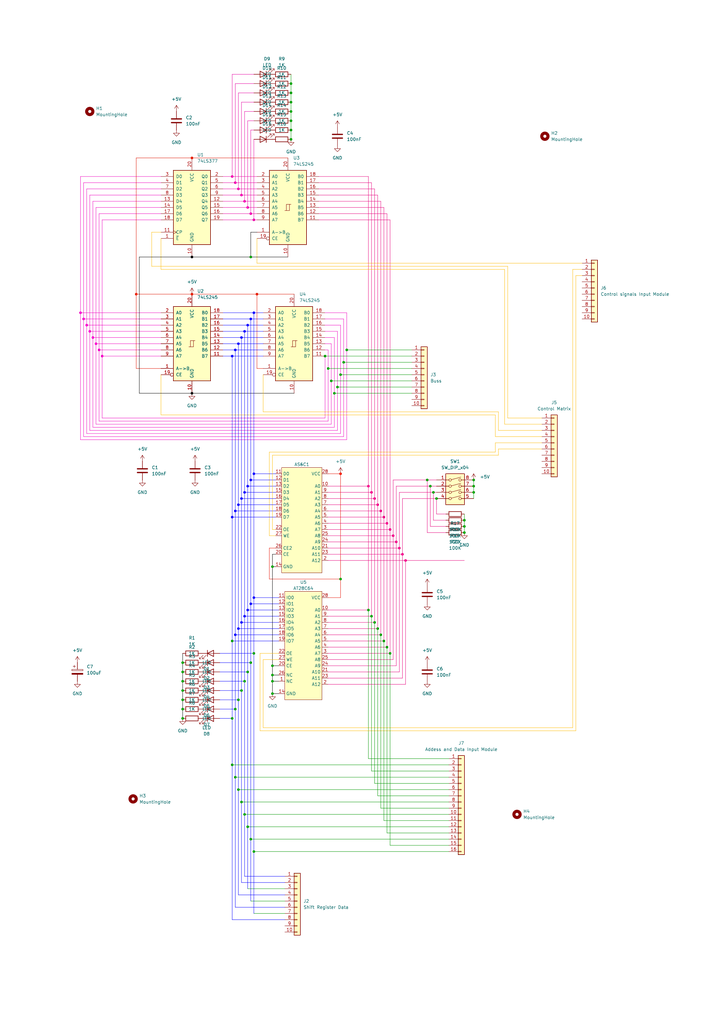
<source format=kicad_sch>
(kicad_sch (version 20250114) (generator "eeschema") (generator_version "9.0")
  (paper "A3" portrait)
  (junction (at 163.83 224.79) (color 230 0 124 1))
  (junction (at 111.76 284.48))
  (junction (at 162.56 222.25) (color 230 0 124 1))
  (junction (at 100.33 82.55) (color 229 0 162 1))
  (junction (at 74.93 271.78))
  (junction (at 156.21 209.55) (color 230 0 124 1))
  (junction (at 100.33 252.73) (color 4 0 255 1))
  (junction (at 99.06 138.43) (color 4 0 255 1))
  (junction (at 179.07 204.47))
  (junction (at 102.87 87.63) (color 229 0 162 1))
  (junction (at 35.56 133.35) (color 238 0 191 1))
  (junction (at 74.93 279.4))
  (junction (at 160.02 267.97))
  (junction (at 99.06 328.93))
  (junction (at 119.38 49.53))
  (junction (at 104.14 194.31) (color 4 0 255 1))
  (junction (at 74.93 287.02))
  (junction (at 134.62 151.13))
  (junction (at 100.33 135.89) (color 4 0 255 1))
  (junction (at 39.37 140.97) (color 238 0 191 1))
  (junction (at 101.6 339.09))
  (junction (at 99.06 255.27) (color 4 0 255 1))
  (junction (at 157.48 262.89))
  (junction (at 165.1 227.33) (color 230 0 124 1))
  (junction (at 104.14 267.97))
  (junction (at 166.37 229.87) (color 230 0 124 1))
  (junction (at 158.75 214.63) (color 230 0 124 1))
  (junction (at 194.31 196.85))
  (junction (at 97.79 207.01) (color 4 0 255 1))
  (junction (at 41.91 146.05) (color 238 0 191 1))
  (junction (at 95.25 212.09) (color 4 0 255 1))
  (junction (at 102.87 271.78))
  (junction (at 194.31 201.93))
  (junction (at 104.14 90.17) (color 229 0 162 1))
  (junction (at 104.14 245.11) (color 4 0 255 1))
  (junction (at 78.74 161.29) (color 0 0 0 1))
  (junction (at 95.25 146.05) (color 4 0 255 1))
  (junction (at 96.52 74.93) (color 229 0 162 1))
  (junction (at 95.25 72.39) (color 229 0 162 1))
  (junction (at 190.5 213.36))
  (junction (at 100.33 201.93) (color 4 0 255 1))
  (junction (at 96.52 318.77))
  (junction (at 99.06 80.01) (color 229 0 162 1))
  (junction (at 151.13 199.39) (color 230 0 124 1))
  (junction (at 55.88 120.65) (color 222 20 0 1))
  (junction (at 97.79 257.81) (color 4 0 255 1))
  (junction (at 138.43 158.75))
  (junction (at 153.67 204.47) (color 230 0 124 1))
  (junction (at 111.76 276.86))
  (junction (at 154.94 257.81))
  (junction (at 97.79 287.02))
  (junction (at 78.74 120.65) (color 222 20 0 1))
  (junction (at 194.31 199.39))
  (junction (at 104.14 128.27) (color 4 0 255 1))
  (junction (at 142.24 143.51))
  (junction (at 137.16 161.29))
  (junction (at 157.48 212.09) (color 230 0 124 1))
  (junction (at 95.25 313.69))
  (junction (at 156.21 260.35))
  (junction (at 74.93 283.21))
  (junction (at 100.33 279.4))
  (junction (at 74.93 290.83))
  (junction (at 97.79 140.97) (color 4 0 255 1))
  (junction (at 119.38 53.34))
  (junction (at 135.89 156.21))
  (junction (at 36.83 135.89) (color 238 0 191 1))
  (junction (at 139.7 194.31) (color 230 15 0 1))
  (junction (at 99.06 283.21))
  (junction (at 105.41 120.65) (color 222 20 0 1))
  (junction (at 175.26 196.85))
  (junction (at 102.87 196.85) (color 4 0 255 1))
  (junction (at 111.76 279.4))
  (junction (at 102.87 344.17))
  (junction (at 190.5 218.44))
  (junction (at 78.74 64.77) (color 222 20 0 1))
  (junction (at 111.76 232.41))
  (junction (at 78.74 105.41) (color 0 0 0 1))
  (junction (at 119.38 57.15))
  (junction (at 101.6 85.09) (color 229 0 162 1))
  (junction (at 99.06 204.47) (color 4 0 255 1))
  (junction (at 74.93 275.59))
  (junction (at 34.29 130.81) (color 238 0 191 1))
  (junction (at 102.87 247.65) (color 4 0 255 1))
  (junction (at 139.7 153.67))
  (junction (at 33.02 128.27) (color 238 0 191 1))
  (junction (at 119.38 45.72))
  (junction (at 95.25 294.64))
  (junction (at 96.52 290.83))
  (junction (at 101.6 275.59))
  (junction (at 102.87 105.41))
  (junction (at 140.97 148.59))
  (junction (at 160.02 217.17) (color 230 0 124 1))
  (junction (at 176.53 199.39))
  (junction (at 152.4 252.73))
  (junction (at 97.79 323.85))
  (junction (at 95.25 262.89))
  (junction (at 190.5 215.9))
  (junction (at 111.76 273.05))
  (junction (at 100.33 334.01))
  (junction (at 40.64 143.51) (color 238 0 191 1))
  (junction (at 101.6 199.39) (color 4 0 255 1))
  (junction (at 102.87 130.81) (color 4 0 255 1))
  (junction (at 151.13 250.19))
  (junction (at 177.8 201.93))
  (junction (at 96.52 143.51) (color 4 0 255 1))
  (junction (at 101.6 250.19) (color 4 0 255 1))
  (junction (at 158.75 265.43))
  (junction (at 133.35 146.05))
  (junction (at 74.93 294.64))
  (junction (at 38.1 138.43) (color 238 0 191 1))
  (junction (at 96.52 209.55) (color 4 0 255 1))
  (junction (at 119.38 38.1))
  (junction (at 139.7 237.49))
  (junction (at 119.38 34.29))
  (junction (at 154.94 207.01) (color 230 0 124 1))
  (junction (at 96.52 260.35) (color 4 0 255 1))
  (junction (at 119.38 41.91))
  (junction (at 161.29 219.71) (color 230 0 124 1))
  (junction (at 152.4 201.93) (color 230 0 124 1))
  (junction (at 104.14 349.25))
  (junction (at 101.6 133.35) (color 4 0 255 1))
  (junction (at 97.79 77.47) (color 229 0 162 1))
  (junction (at 153.67 255.27))
  (wire (pts (xy 153.67 204.47) (xy 153.67 255.27)) (stroke (width 0) (color 230 0 124 1)))
  (wire (pts (xy 66.04 135.89) (xy 36.83 135.89)) (stroke (width 0) (color 238 0 191 1)))
  (wire (pts (xy 184.15 311.15) (xy 151.13 311.15)))
  (wire (pts (xy 161.29 196.85) (xy 175.26 196.85)) (stroke (width 0) (color 230 0 124 1)))
  (wire (pts (xy 162.56 222.25) (xy 162.56 273.05)) (stroke (width 0) (color 230 0 124 1)))
  (wire (pts (xy 96.52 318.77) (xy 96.52 372.11)) (stroke (width 0) (color 4 0 255 1)))
  (wire (pts (xy 154.94 326.39) (xy 154.94 257.81)))
  (wire (pts (xy 90.17 279.4) (xy 100.33 279.4)) (stroke (width 0) (color 4 0 255 1)))
  (wire (pts (xy 101.6 275.59) (xy 101.6 339.09)) (stroke (width 0) (color 4 0 255 1)))
  (wire (pts (xy 40.64 143.51) (xy 66.04 143.51)) (stroke (width 0) (color 238 0 191 1)))
  (wire (pts (xy 39.37 85.09) (xy 39.37 140.97)) (stroke (width 0) (color 238 0 191 1)))
  (wire (pts (xy 91.44 133.35) (xy 101.6 133.35)) (stroke (width 0) (color 4 0 255 1)))
  (wire (pts (xy 96.52 290.83) (xy 96.52 318.77)) (stroke (width 0) (color 4 0 255 1)))
  (wire (pts (xy 55.88 120.65) (xy 55.88 64.77)) (stroke (width 0) (color 222 20 0 1)))
  (wire (pts (xy 101.6 339.09) (xy 184.15 339.09)))
  (wire (pts (xy 140.97 130.81) (xy 133.35 130.81)) (stroke (width 0) (color 238 0 191 1)))
  (wire (pts (xy 134.62 207.01) (xy 154.94 207.01)) (stroke (width 0) (color 230 0 124 1)))
  (wire (pts (xy 62.23 109.22) (xy 208.28 109.22)) (stroke (width 0) (color 254 188 6 1)))
  (wire (pts (xy 102.87 271.78) (xy 102.87 344.17)) (stroke (width 0) (color 4 0 255 1)))
  (wire (pts (xy 90.17 275.59) (xy 101.6 275.59)) (stroke (width 0) (color 4 0 255 1)))
  (wire (pts (xy 55.88 64.77) (xy 78.74 64.77)) (stroke (width 0) (color 222 20 0 1)))
  (wire (pts (xy 96.52 34.29) (xy 104.14 34.29)) (stroke (width 0) (color 229 0 162 1)))
  (wire (pts (xy 184.15 341.63) (xy 158.75 341.63)))
  (wire (pts (xy 95.25 294.64) (xy 95.25 313.69)) (stroke (width 0) (color 4 0 255 1)))
  (wire (pts (xy 91.44 72.39) (xy 95.25 72.39)) (stroke (width 0) (color 229 0 162 1)))
  (wire (pts (xy 179.07 204.47) (xy 179.07 210.82)) (stroke (width 0) (color 230 0 124 1)))
  (wire (pts (xy 184.15 331.47) (xy 156.21 331.47)))
  (wire (pts (xy 107.95 153.67) (xy 107.95 168.91)) (stroke (width 0) (color 254 188 6 1)))
  (wire (pts (xy 165.1 278.13) (xy 134.62 278.13)) (stroke (width 0) (color 230 0 124 1)))
  (wire (pts (xy 99.06 80.01) (xy 105.41 80.01)) (stroke (width 0) (color 229 0 162 1)))
  (wire (pts (xy 184.15 346.71) (xy 160.02 346.71)))
  (wire (pts (xy 130.81 80.01) (xy 154.94 80.01)) (stroke (width 0) (color 230 0 124 1)))
  (wire (pts (xy 194.31 196.85) (xy 194.31 199.39)))
  (wire (pts (xy 36.83 80.01) (xy 36.83 135.89)) (stroke (width 0) (color 238 0 191 1)))
  (wire (pts (xy 91.44 85.09) (xy 101.6 85.09)) (stroke (width 0) (color 229 0 162 1)))
  (wire (pts (xy 90.17 283.21) (xy 99.06 283.21)) (stroke (width 0) (color 4 0 255 1)))
  (wire (pts (xy 97.79 140.97) (xy 107.95 140.97)) (stroke (width 0) (color 4 0 255 1)))
  (wire (pts (xy 133.35 133.35) (xy 139.7 133.35)) (stroke (width 0) (color 238 0 191 1)))
  (wire (pts (xy 91.44 90.17) (xy 104.14 90.17)) (stroke (width 0) (color 229 0 162 1)))
  (wire (pts (xy 36.83 135.89) (xy 36.83 176.53)) (stroke (width 0) (color 238 0 191 1)))
  (wire (pts (xy 99.06 80.01) (xy 99.06 41.91)) (stroke (width 0) (color 229 0 162 1)))
  (wire (pts (xy 66.04 80.01) (xy 36.83 80.01)) (stroke (width 0) (color 238 0 191 1)))
  (wire (pts (xy 134.62 260.35) (xy 156.21 260.35)) (stroke (width 0) (color 230 0 124 1)))
  (wire (pts (xy 96.52 74.93) (xy 96.52 34.29)) (stroke (width 0) (color 229 0 162 1)))
  (wire (pts (xy 166.37 229.87) (xy 190.5 229.87)) (stroke (width 0) (color 230 0 124 1)))
  (wire (pts (xy 151.13 311.15) (xy 151.13 250.19)))
  (wire (pts (xy 102.87 53.34) (xy 104.14 53.34)) (stroke (width 0) (color 229 0 162 1)))
  (wire (pts (xy 111.76 232.41) (xy 111.76 273.05)) (stroke (width 0) (color 0 0 0 1)))
  (wire (pts (xy 134.62 245.11) (xy 139.7 245.11)) (stroke (width 0) (color 230 15 0 1)))
  (wire (pts (xy 57.15 161.29) (xy 57.15 105.41)) (stroke (width 0) (color 0 0 0 1)))
  (wire (pts (xy 137.16 175.26) (xy 38.1 175.26)) (stroke (width 0) (color 238 0 191 1)))
  (wire (pts (xy 34.29 74.93) (xy 34.29 130.81)) (stroke (width 0) (color 238 0 191 1)))
  (wire (pts (xy 176.53 199.39) (xy 179.07 199.39)) (stroke (width 0) (color 230 0 124 1)))
  (wire (pts (xy 204.47 168.91) (xy 204.47 176.53)) (stroke (width 0) (color 254 188 6 1)))
  (wire (pts (xy 34.29 179.07) (xy 140.97 179.07)) (stroke (width 0) (color 238 0 191 1)))
  (wire (pts (xy 35.56 133.35) (xy 35.56 177.8)) (stroke (width 0) (color 238 0 191 1)))
  (wire (pts (xy 35.56 133.35) (xy 35.56 77.47)) (stroke (width 0) (color 238 0 191 1)))
  (wire (pts (xy 160.02 90.17) (xy 160.02 217.17)) (stroke (width 0) (color 230 0 124 1)))
  (wire (pts (xy 104.14 49.53) (xy 101.6 49.53)) (stroke (width 0) (color 229 0 162 1)))
  (wire (pts (xy 104.14 128.27) (xy 107.95 128.27)) (stroke (width 0) (color 4 0 255 1)))
  (wire (pts (xy 203.2 179.07) (xy 222.25 179.07)) (stroke (width 0) (color 254 188 6 1)))
  (wire (pts (xy 139.7 245.11) (xy 139.7 237.49)) (stroke (width 0) (color 230 15 0 1)))
  (wire (pts (xy 234.95 298.45) (xy 234.95 110.49)) (stroke (width 0) (color 254 188 6 1)))
  (wire (pts (xy 151.13 250.19) (xy 134.62 250.19)) (stroke (width 0) (color 230 0 124 1)))
  (wire (pts (xy 91.44 140.97) (xy 97.79 140.97)) (stroke (width 0) (color 4 0 255 1)))
  (wire (pts (xy 102.87 130.81) (xy 102.87 196.85)) (stroke (width 0) (color 4 0 255 1)))
  (wire (pts (xy 104.14 245.11) (xy 114.3 245.11)) (stroke (width 0) (color 4 0 255 1)))
  (wire (pts (xy 151.13 72.39) (xy 130.81 72.39)) (stroke (width 0) (color 230 0 124 1)))
  (wire (pts (xy 104.14 90.17) (xy 105.41 90.17)) (stroke (width 0) (color 229 0 162 1)))
  (wire (pts (xy 113.03 204.47) (xy 99.06 204.47)) (stroke (width 0) (color 4 0 255 1)))
  (wire (pts (xy 156.21 331.47) (xy 156.21 260.35)))
  (wire (pts (xy 137.16 161.29) (xy 137.16 175.26)) (stroke (width 0) (color 238 0 191 1)))
  (wire (pts (xy 114.3 257.81) (xy 97.79 257.81)) (stroke (width 0) (color 4 0 255 1)))
  (wire (pts (xy 156.21 82.55) (xy 156.21 209.55)) (stroke (width 0) (color 230 0 124 1)))
  (wire (pts (xy 66.04 95.25) (xy 62.23 95.25)) (stroke (width 0) (color 254 188 6 1)))
  (wire (pts (xy 111.76 279.4) (xy 111.76 284.48)) (stroke (width 0) (color 0 0 0 1)))
  (wire (pts (xy 134.62 227.33) (xy 165.1 227.33)) (stroke (width 0) (color 230 0 124 1)))
  (wire (pts (xy 116.84 374.65) (xy 104.14 374.65)))
  (wire (pts (xy 139.7 153.67) (xy 139.7 177.8)) (stroke (width 0) (color 238 0 191 1)))
  (wire (pts (xy 55.88 151.13) (xy 55.88 120.65)) (stroke (width 0) (color 222 20 0 1)))
  (wire (pts (xy 133.35 146.05) (xy 168.91 146.05)))
  (wire (pts (xy 156.21 209.55) (xy 134.62 209.55)) (stroke (width 0) (color 230 0 124 1)))
  (wire (pts (xy 106.68 299.72) (xy 236.22 299.72)) (stroke (width 0) (color 254 188 6 1)))
  (wire (pts (xy 160.02 217.17) (xy 160.02 267.97)) (stroke (width 0) (color 230 0 124 1)))
  (wire (pts (xy 208.28 171.45) (xy 222.25 171.45)) (stroke (width 0) (color 254 188 6 1)))
  (wire (pts (xy 177.8 201.93) (xy 179.07 201.93)) (stroke (width 0) (color 230 0 124 1)))
  (wire (pts (xy 204.47 186.69) (xy 204.47 184.15)) (stroke (width 0) (color 254 188 6 1)))
  (wire (pts (xy 91.44 130.81) (xy 102.87 130.81)) (stroke (width 0) (color 4 0 255 1)))
  (wire (pts (xy 66.04 97.79) (xy 66.04 110.49)) (stroke (width 0) (color 254 188 6 1)))
  (wire (pts (xy 95.25 72.39) (xy 95.25 30.48)) (stroke (width 0) (color 229 0 162 1)))
  (wire (pts (xy 74.93 275.59) (xy 74.93 279.4)) (stroke (width 0) (color 0 0 0 1)))
  (wire (pts (xy 101.6 199.39) (xy 101.6 133.35)) (stroke (width 0) (color 4 0 255 1)))
  (wire (pts (xy 102.87 105.41) (xy 118.11 105.41)) (stroke (width 0) (color 0 0 0 1)))
  (wire (pts (xy 152.4 252.73) (xy 134.62 252.73)) (stroke (width 0) (color 230 0 124 1)))
  (wire (pts (xy 111.76 273.05) (xy 111.76 276.86)) (stroke (width 0) (color 0 0 0 1)))
  (wire (pts (xy 99.06 328.93) (xy 99.06 361.95)) (stroke (width 0) (color 4 0 255 1)))
  (wire (pts (xy 91.44 77.47) (xy 97.79 77.47)) (stroke (width 0) (color 229 0 162 1)))
  (wire (pts (xy 134.62 199.39) (xy 151.13 199.39)) (stroke (width 0) (color 230 0 124 1)))
  (wire (pts (xy 163.83 201.93) (xy 177.8 201.93)) (stroke (width 0) (color 230 0 124 1)))
  (wire (pts (xy 119.38 34.29) (xy 119.38 38.1)))
  (wire (pts (xy 90.17 287.02) (xy 97.79 287.02)) (stroke (width 0) (color 4 0 255 1)))
  (wire (pts (xy 140.97 148.59) (xy 140.97 179.07)) (stroke (width 0) (color 238 0 191 1)))
  (wire (pts (xy 90.17 290.83) (xy 96.52 290.83)) (stroke (width 0) (color 4 0 255 1)))
  (wire (pts (xy 91.44 128.27) (xy 104.14 128.27)) (stroke (width 0) (color 4 0 255 1)))
  (wire (pts (xy 153.67 321.31) (xy 153.67 255.27)))
  (wire (pts (xy 184.15 326.39) (xy 154.94 326.39)))
  (wire (pts (xy 95.25 313.69) (xy 95.25 377.19)) (stroke (width 0) (color 4 0 255 1)))
  (wire (pts (xy 100.33 252.73) (xy 100.33 201.93)) (stroke (width 0) (color 4 0 255 1)))
  (wire (pts (xy 35.56 177.8) (xy 139.7 177.8)) (stroke (width 0) (color 238 0 191 1)))
  (wire (pts (xy 203.2 170.18) (xy 203.2 179.07)) (stroke (width 0) (color 254 188 6 1)))
  (wire (pts (xy 110.49 224.79) (xy 113.03 224.79)) (stroke (width 0) (color 230 15 0 1)))
  (wire (pts (xy 133.35 138.43) (xy 137.16 138.43)) (stroke (width 0) (color 238 0 191 1)))
  (wire (pts (xy 102.87 247.65) (xy 102.87 196.85)) (stroke (width 0) (color 4 0 255 1)))
  (wire (pts (xy 96.52 209.55) (xy 96.52 260.35)) (stroke (width 0) (color 4 0 255 1)))
  (wire (pts (xy 111.76 232.41) (xy 111.76 227.33)) (stroke (width 0) (color 0 0 0 1)))
  (wire (pts (xy 207.01 110.49) (xy 207.01 173.99)) (stroke (width 0) (color 254 188 6 1)))
  (wire (pts (xy 175.26 196.85) (xy 175.26 218.44)) (stroke (width 0) (color 230 0 124 1)))
  (wire (pts (xy 190.5 213.36) (xy 190.5 215.9)))
  (wire (pts (xy 38.1 138.43) (xy 38.1 82.55)) (stroke (width 0) (color 238 0 191 1)))
  (wire (pts (xy 99.06 328.93) (xy 184.15 328.93)))
  (wire (pts (xy 166.37 280.67) (xy 134.62 280.67)) (stroke (width 0) (color 230 0 124 1)))
  (wire (pts (xy 97.79 323.85) (xy 184.15 323.85)))
  (wire (pts (xy 158.75 214.63) (xy 134.62 214.63)) (stroke (width 0) (color 230 0 124 1)))
  (wire (pts (xy 99.06 361.95) (xy 116.84 361.95)) (stroke (width 0) (color 4 0 255 1)))
  (wire (pts (xy 158.75 87.63) (xy 158.75 214.63)) (stroke (width 0) (color 230 0 124 1)))
  (wire (pts (xy 111.76 217.17) (xy 111.76 186.69)) (stroke (width 0) (color 254 188 6 1)))
  (wire (pts (xy 135.89 140.97) (xy 133.35 140.97)) (stroke (width 0) (color 238 0 191 1)))
  (wire (pts (xy 101.6 133.35) (xy 107.95 133.35)) (stroke (width 0) (color 4 0 255 1)))
  (wire (pts (xy 160.02 267.97) (xy 134.62 267.97)) (stroke (width 0) (color 230 0 124 1)))
  (wire (pts (xy 33.02 128.27) (xy 66.04 128.27)) (stroke (width 0) (color 238 0 191 1)))
  (wire (pts (xy 151.13 199.39) (xy 151.13 250.19)) (stroke (width 0) (color 230 0 124 1)))
  (wire (pts (xy 34.29 130.81) (xy 34.29 179.07)) (stroke (width 0) (color 238 0 191 1)))
  (wire (pts (xy 165.1 204.47) (xy 179.07 204.47)) (stroke (width 0) (color 230 0 124 1)))
  (wire (pts (xy 153.67 77.47) (xy 130.81 77.47)) (stroke (width 0) (color 230 0 124 1)))
  (wire (pts (xy 134.62 151.13) (xy 134.62 172.72)) (stroke (width 0) (color 238 0 191 1)))
  (wire (pts (xy 130.81 85.09) (xy 157.48 85.09)) (stroke (width 0) (color 230 0 124 1)))
  (wire (pts (xy 101.6 199.39) (xy 101.6 250.19)) (stroke (width 0) (color 4 0 255 1)))
  (wire (pts (xy 139.7 133.35) (xy 139.7 153.67)) (stroke (width 0) (color 238 0 191 1)))
  (wire (pts (xy 152.4 316.23) (xy 152.4 252.73)))
  (wire (pts (xy 236.22 113.03) (xy 238.76 113.03)) (stroke (width 0) (color 254 188 6 1)))
  (wire (pts (xy 135.89 140.97) (xy 135.89 156.21)) (stroke (width 0) (color 238 0 191 1)))
  (wire (pts (xy 165.1 227.33) (xy 165.1 278.13)) (stroke (width 0) (color 230 0 124 1)))
  (wire (pts (xy 204.47 176.53) (xy 222.25 176.53)) (stroke (width 0) (color 254 188 6 1)))
  (wire (pts (xy 176.53 215.9) (xy 182.88 215.9)) (stroke (width 0) (color 230 0 124 1)))
  (wire (pts (xy 111.76 284.48) (xy 114.3 284.48)) (stroke (width 0) (color 0 0 0 1)))
  (wire (pts (xy 157.48 212.09) (xy 157.48 262.89)) (stroke (width 0) (color 230 0 124 1)))
  (wire (pts (xy 161.29 196.85) (xy 161.29 219.71)) (stroke (width 0) (color 230 0 124 1)))
  (wire (pts (xy 99.06 283.21) (xy 99.06 328.93)) (stroke (width 0) (color 4 0 255 1)))
  (wire (pts (xy 162.56 273.05) (xy 134.62 273.05)) (stroke (width 0) (color 230 0 124 1)))
  (wire (pts (xy 96.52 318.77) (xy 184.15 318.77)))
  (wire (pts (xy 154.94 257.81) (xy 134.62 257.81)) (stroke (width 0) (color 230 0 124 1)))
  (wire (pts (xy 33.02 128.27) (xy 33.02 180.34)) (stroke (width 0) (color 238 0 191 1)))
  (wire (pts (xy 140.97 148.59) (xy 168.91 148.59)))
  (wire (pts (xy 142.24 128.27) (xy 133.35 128.27)) (stroke (width 0) (color 238 0 191 1)))
  (wire (pts (xy 97.79 367.03) (xy 116.84 367.03)) (stroke (width 0) (color 4 0 255 1)))
  (wire (pts (xy 113.03 199.39) (xy 101.6 199.39)) (stroke (width 0) (color 4 0 255 1)))
  (wire (pts (xy 57.15 105.41) (xy 78.74 105.41)) (stroke (width 0) (color 0 0 0 1)))
  (wire (pts (xy 142.24 143.51) (xy 142.24 180.34)) (stroke (width 0) (color 238 0 191 1)))
  (wire (pts (xy 102.87 247.65) (xy 102.87 271.78)) (stroke (width 0) (color 4 0 255 1)))
  (wire (pts (xy 101.6 49.53) (xy 101.6 85.09)) (stroke (width 0) (color 229 0 162 1)))
  (wire (pts (xy 113.03 209.55) (xy 96.52 209.55)) (stroke (width 0) (color 4 0 255 1)))
  (wire (pts (xy 134.62 255.27) (xy 153.67 255.27)) (stroke (width 0) (color 230 0 124 1)))
  (wire (pts (xy 97.79 323.85) (xy 97.79 367.03)) (stroke (width 0) (color 4 0 255 1)))
  (wire (pts (xy 66.04 146.05) (xy 41.91 146.05)) (stroke (width 0) (color 238 0 191 1)))
  (wire (pts (xy 96.52 260.35) (xy 114.3 260.35)) (stroke (width 0) (color 4 0 255 1)))
  (wire (pts (xy 96.52 372.11) (xy 116.84 372.11)) (stroke (width 0) (color 4 0 255 1)))
  (wire (pts (xy 138.43 158.75) (xy 138.43 176.53)) (stroke (width 0) (color 238 0 191 1)))
  (wire (pts (xy 165.1 204.47) (xy 165.1 227.33)) (stroke (width 0) (color 230 0 124 1)))
  (wire (pts (xy 97.79 287.02) (xy 97.79 323.85)) (stroke (width 0) (color 4 0 255 1)))
  (wire (pts (xy 33.02 72.39) (xy 66.04 72.39)) (stroke (width 0) (color 238 0 191 1)))
  (wire (pts (xy 119.38 41.91) (xy 119.38 45.72)))
  (wire (pts (xy 104.14 245.11) (xy 104.14 267.97)) (stroke (width 0) (color 4 0 255 1)))
  (wire (pts (xy 102.87 105.41) (xy 102.87 95.25)) (stroke (width 0) (color 0 0 0 1)))
  (wire (pts (xy 97.79 140.97) (xy 97.79 207.01)) (stroke (width 0) (color 4 0 255 1)))
  (wire (pts (xy 134.62 151.13) (xy 168.91 151.13)))
  (wire (pts (xy 139.7 237.49) (xy 139.7 194.31)) (stroke (width 0) (color 230 15 0 1)))
  (wire (pts (xy 119.38 30.48) (xy 119.38 34.29)))
  (wire (pts (xy 101.6 250.19) (xy 114.3 250.19)) (stroke (width 0) (color 4 0 255 1)))
  (wire (pts (xy 101.6 339.09) (xy 101.6 364.49)) (stroke (width 0) (color 4 0 255 1)))
  (wire (pts (xy 111.76 186.69) (xy 204.47 186.69)) (stroke (width 0) (color 254 188 6 1)))
  (wire (pts (xy 102.87 87.63) (xy 102.87 53.34)) (stroke (width 0) (color 229 0 162 1)))
  (wire (pts (xy 134.62 201.93) (xy 152.4 201.93)) (stroke (width 0) (color 230 0 124 1)))
  (wire (pts (xy 96.52 143.51) (xy 107.95 143.51)) (stroke (width 0) (color 4 0 255 1)))
  (wire (pts (xy 157.48 85.09) (xy 157.48 212.09)) (stroke (width 0) (color 230 0 124 1)))
  (wire (pts (xy 119.38 45.72) (xy 119.38 49.53)))
  (wire (pts (xy 110.49 219.71) (xy 110.49 185.42)) (stroke (width 0) (color 254 188 6 1)))
  (wire (pts (xy 99.06 204.47) (xy 99.06 255.27)) (stroke (width 0) (color 4 0 255 1)))
  (wire (pts (xy 152.4 201.93) (xy 152.4 252.73)) (stroke (width 0) (color 230 0 124 1)))
  (wire (pts (xy 66.04 110.49) (xy 207.01 110.49)) (stroke (width 0) (color 254 188 6 1)))
  (wire (pts (xy 99.06 138.43) (xy 107.95 138.43)) (stroke (width 0) (color 4 0 255 1)))
  (wire (pts (xy 100.33 252.73) (xy 100.33 279.4)) (stroke (width 0) (color 4 0 255 1)))
  (wire (pts (xy 134.62 217.17) (xy 160.02 217.17)) (stroke (width 0) (color 230 0 124 1)))
  (wire (pts (xy 152.4 74.93) (xy 152.4 201.93)) (stroke (width 0) (color 230 0 124 1)))
  (wire (pts (xy 97.79 77.47) (xy 97.79 38.1)) (stroke (width 0) (color 229 0 162 1)))
  (wire (pts (xy 208.28 109.22) (xy 208.28 171.45)) (stroke (width 0) (color 254 188 6 1)))
  (wire (pts (xy 100.33 82.55) (xy 100.33 45.72)) (stroke (width 0) (color 229 0 162 1)))
  (wire (pts (xy 107.95 298.45) (xy 234.95 298.45)) (stroke (width 0) (color 254 188 6 1)))
  (wire (pts (xy 184.15 321.31) (xy 153.67 321.31)))
  (wire (pts (xy 107.95 168.91) (xy 204.47 168.91)) (stroke (width 0) (color 254 188 6 1)))
  (wire (pts (xy 78.74 120.65) (xy 105.41 120.65)) (stroke (width 0) (color 222 20 0 1)))
  (wire (pts (xy 95.25 30.48) (xy 104.14 30.48)) (stroke (width 0) (color 229 0 162 1)))
  (wire (pts (xy 95.25 262.89) (xy 95.25 212.09)) (stroke (width 0) (color 4 0 255 1)))
  (wire (pts (xy 66.04 151.13) (xy 55.88 151.13)) (stroke (width 0) (color 222 20 0 1)))
  (wire (pts (xy 113.03 232.41) (xy 111.76 232.41)) (stroke (width 0) (color 0 0 0 1)))
  (wire (pts (xy 135.89 156.21) (xy 135.89 173.99)) (stroke (width 0) (color 238 0 191 1)))
  (wire (pts (xy 78.74 64.77) (xy 118.11 64.77)) (stroke (width 0) (color 222 20 0 1)))
  (wire (pts (xy 114.3 247.65) (xy 102.87 247.65)) (stroke (width 0) (color 4 0 255 1)))
  (wire (pts (xy 161.29 219.71) (xy 134.62 219.71)) (stroke (width 0) (color 230 0 124 1)))
  (wire (pts (xy 134.62 143.51) (xy 134.62 151.13)) (stroke (width 0) (color 238 0 191 1)))
  (wire (pts (xy 99.06 204.47) (xy 99.06 138.43)) (stroke (width 0) (color 4 0 255 1)))
  (wire (pts (xy 160.02 267.97) (xy 160.02 346.71)))
  (wire (pts (xy 74.93 283.21) (xy 74.93 287.02)) (stroke (width 0) (color 0 0 0 1)))
  (wire (pts (xy 91.44 138.43) (xy 99.06 138.43)) (stroke (width 0) (color 4 0 255 1)))
  (wire (pts (xy 119.38 38.1) (xy 119.38 41.91)))
  (wire (pts (xy 78.74 161.29) (xy 57.15 161.29)) (stroke (width 0) (color 0 0 0 1)))
  (wire (pts (xy 177.8 213.36) (xy 182.88 213.36)) (stroke (width 0) (color 230 0 124 1)))
  (wire (pts (xy 91.44 135.89) (xy 100.33 135.89)) (stroke (width 0) (color 4 0 255 1)))
  (wire (pts (xy 99.06 255.27) (xy 99.06 283.21)) (stroke (width 0) (color 4 0 255 1)))
  (wire (pts (xy 156.21 209.55) (xy 156.21 260.35)) (stroke (width 0) (color 230 0 124 1)))
  (wire (pts (xy 96.52 209.55) (xy 96.52 143.51)) (stroke (width 0) (color 4 0 255 1)))
  (wire (pts (xy 111.76 276.86) (xy 114.3 276.86)) (stroke (width 0) (color 0 0 0 1)))
  (wire (pts (xy 40.64 87.63) (xy 66.04 87.63)) (stroke (width 0) (color 238 0 191 1)))
  (wire (pts (xy 236.22 299.72) (xy 236.22 113.03)) (stroke (width 0) (color 254 188 6 1)))
  (wire (pts (xy 119.38 49.53) (xy 119.38 53.34)))
  (wire (pts (xy 62.23 95.25) (xy 62.23 109.22)) (stroke (width 0) (color 254 188 6 1)))
  (wire (pts (xy 111.76 273.05) (xy 114.3 273.05)) (stroke (width 0) (color 0 0 0 1)))
  (wire (pts (xy 102.87 95.25) (xy 105.41 95.25)) (stroke (width 0) (color 0 0 0 1)))
  (wire (pts (xy 102.87 344.17) (xy 102.87 369.57)) (stroke (width 0) (color 4 0 255 1)))
  (wire (pts (xy 90.17 271.78) (xy 102.87 271.78)) (stroke (width 0) (color 4 0 255 1)))
  (wire (pts (xy 151.13 72.39) (xy 151.13 199.39)) (stroke (width 0) (color 230 0 124 1)))
  (wire (pts (xy 111.76 227.33) (xy 113.03 227.33)) (stroke (width 0) (color 0 0 0 1)))
  (wire (pts (xy 38.1 175.26) (xy 38.1 138.43)) (stroke (width 0) (color 238 0 191 1)))
  (wire (pts (xy 66.04 140.97) (xy 39.37 140.97)) (stroke (width 0) (color 238 0 191 1)))
  (wire (pts (xy 99.06 255.27) (xy 114.3 255.27)) (stroke (width 0) (color 4 0 255 1)))
  (wire (pts (xy 194.31 201.93) (xy 194.31 204.47)))
  (wire (pts (xy 133.35 146.05) (xy 133.35 171.45)) (stroke (width 0) (color 238 0 191 1)))
  (wire (pts (xy 102.87 196.85) (xy 113.03 196.85)) (stroke (width 0) (color 4 0 255 1)))
  (wire (pts (xy 104.14 349.25) (xy 104.14 374.65)) (stroke (width 0) (color 4 0 255 1)))
  (wire (pts (xy 163.83 201.93) (xy 163.83 224.79)) (stroke (width 0) (color 230 0 124 1)))
  (wire (pts (xy 97.79 207.01) (xy 113.03 207.01)) (stroke (width 0) (color 4 0 255 1)))
  (wire (pts (xy 138.43 135.89) (xy 133.35 135.89)) (stroke (width 0) (color 238 0 191 1)))
  (wire (pts (xy 97.79 38.1) (xy 104.14 38.1)) (stroke (width 0) (color 229 0 162 1)))
  (wire (pts (xy 163.83 275.59) (xy 163.83 224.79)) (stroke (width 0) (color 230 0 124 1)))
  (wire (pts (xy 177.8 201.93) (xy 177.8 213.36)) (stroke (width 0) (color 230 0 124 1)))
  (wire (pts (xy 105.41 97.79) (xy 105.41 107.95)) (stroke (width 0) (color 254 188 6 1)))
  (wire (pts (xy 156.21 82.55) (xy 130.81 82.55)) (stroke (width 0) (color 230 0 124 1)))
  (wire (pts (xy 134.62 222.25) (xy 162.56 222.25)) (stroke (width 0) (color 230 0 124 1)))
  (wire (pts (xy 114.3 252.73) (xy 100.33 252.73)) (stroke (width 0) (color 4 0 255 1)))
  (wire (pts (xy 66.04 85.09) (xy 39.37 85.09)) (stroke (width 0) (color 238 0 191 1)))
  (wire (pts (xy 91.44 87.63) (xy 102.87 87.63)) (stroke (width 0) (color 229 0 162 1)))
  (wire (pts (xy 116.84 364.49) (xy 101.6 364.49)))
  (wire (pts (xy 95.25 72.39) (xy 105.41 72.39)) (stroke (width 0) (color 229 0 162 1)))
  (wire (pts (xy 66.04 90.17) (xy 41.91 90.17)) (stroke (width 0) (color 238 0 191 1)))
  (wire (pts (xy 38.1 82.55) (xy 66.04 82.55)) (stroke (width 0) (color 238 0 191 1)))
  (wire (pts (xy 39.37 173.99) (xy 135.89 173.99)) (stroke (width 0) (color 238 0 191 1)))
  (wire (pts (xy 100.33 82.55) (xy 105.41 82.55)) (stroke (width 0) (color 229 0 162 1)))
  (wire (pts (xy 41.91 171.45) (xy 133.35 171.45)) (stroke (width 0) (color 238 0 191 1)))
  (wire (pts (xy 111.76 276.86) (xy 111.76 279.4)) (stroke (width 0) (color 0 0 0 1)))
  (wire (pts (xy 140.97 130.81) (xy 140.97 148.59)) (stroke (width 0) (color 238 0 191 1)))
  (wire (pts (xy 74.93 267.97) (xy 74.93 271.78)) (stroke (width 0) (color 0 0 0 1)))
  (wire (pts (xy 107.95 270.51) (xy 107.95 298.45)) (stroke (width 0) (color 254 188 6 1)))
  (wire (pts (xy 104.14 194.31) (xy 104.14 245.11)) (stroke (width 0) (color 4 0 255 1)))
  (wire (pts (xy 90.17 267.97) (xy 104.14 267.97)) (stroke (width 0) (color 4 0 255 1)))
  (wire (pts (xy 96.52 74.93) (xy 105.41 74.93)) (stroke (width 0) (color 229 0 162 1)))
  (wire (pts (xy 74.93 271.78) (xy 74.93 275.59)) (stroke (width 0) (color 0 0 0 1)))
  (wire (pts (xy 38.1 138.43) (xy 66.04 138.43)) (stroke (width 0) (color 238 0 191 1)))
  (wire (pts (xy 133.35 143.51) (xy 134.62 143.51)) (stroke (width 0) (color 238 0 191 1)))
  (wire (pts (xy 66.04 130.81) (xy 34.29 130.81)) (stroke (width 0) (color 238 0 191 1)))
  (wire (pts (xy 100.33 45.72) (xy 104.14 45.72)) (stroke (width 0) (color 229 0 162 1)))
  (wire (pts (xy 101.6 250.19) (xy 101.6 275.59)) (stroke (width 0) (color 4 0 255 1)))
  (wire (pts (xy 142.24 143.51) (xy 168.91 143.51)))
  (wire (pts (xy 179.07 210.82) (xy 182.88 210.82)) (stroke (width 0) (color 230 0 124 1)))
  (wire (pts (xy 102.87 87.63) (xy 105.41 87.63)) (stroke (width 0) (color 229 0 162 1)))
  (wire (pts (xy 105.41 120.65) (xy 105.41 151.13)) (stroke (width 0) (color 222 20 0 1)))
  (wire (pts (xy 184.15 316.23) (xy 152.4 316.23)))
  (wire (pts (xy 138.43 158.75) (xy 168.91 158.75)))
  (wire (pts (xy 204.47 184.15) (xy 222.25 184.15)) (stroke (width 0) (color 254 188 6 1)))
  (wire (pts (xy 175.26 218.44) (xy 182.88 218.44)) (stroke (width 0) (color 230 0 124 1)))
  (wire (pts (xy 184.15 336.55) (xy 157.48 336.55)))
  (wire (pts (xy 162.56 199.39) (xy 162.56 222.25)) (stroke (width 0) (color 230 0 124 1)))
  (wire (pts (xy 66.04 153.67) (xy 66.04 170.18)) (stroke (width 0) (color 254 188 6 1)))
  (wire (pts (xy 104.14 194.31) (xy 104.14 128.27)) (stroke (width 0) (color 4 0 255 1)))
  (wire (pts (xy 130.81 74.93) (xy 152.4 74.93)) (stroke (width 0) (color 230 0 124 1)))
  (wire (pts (xy 157.48 262.89) (xy 134.62 262.89)) (stroke (width 0) (color 230 0 124 1)))
  (wire (pts (xy 138.43 135.89) (xy 138.43 158.75)) (stroke (width 0) (color 238 0 191 1)))
  (wire (pts (xy 78.74 105.41) (xy 102.87 105.41)) (stroke (width 0) (color 0 0 0 1)))
  (wire (pts (xy 119.38 53.34) (xy 119.38 57.15)))
  (wire (pts (xy 130.81 90.17) (xy 160.02 90.17)) (stroke (width 0) (color 230 0 124 1)))
  (wire (pts (xy 95.25 146.05) (xy 95.25 212.09)) (stroke (width 0) (color 4 0 255 1)))
  (wire (pts (xy 91.44 74.93) (xy 96.52 74.93)) (stroke (width 0) (color 229 0 162 1)))
  (wire (pts (xy 100.33 279.4) (xy 100.33 334.01)) (stroke (width 0) (color 4 0 255 1)))
  (wire (pts (xy 162.56 199.39) (xy 176.53 199.39)) (stroke (width 0) (color 230 0 124 1)))
  (wire (pts (xy 194.31 199.39) (xy 194.31 201.93)))
  (wire (pts (xy 66.04 74.93) (xy 34.29 74.93)) (stroke (width 0) (color 238 0 191 1)))
  (wire (pts (xy 114.3 270.51) (xy 107.95 270.51)) (stroke (width 0) (color 254 188 6 1)))
  (wire (pts (xy 100.33 359.41) (xy 116.84 359.41)) (stroke (width 0) (color 4 0 255 1)))
  (wire (pts (xy 99.06 41.91) (xy 104.14 41.91)) (stroke (width 0) (color 229 0 162 1)))
  (wire (pts (xy 114.3 262.89) (xy 95.25 262.89)) (stroke (width 0) (color 4 0 255 1)))
  (wire (pts (xy 134.62 172.72) (xy 40.64 172.72)) (stroke (width 0) (color 238 0 191 1)))
  (wire (pts (xy 166.37 229.87) (xy 166.37 280.67)) (stroke (width 0) (color 230 0 124 1)))
  (wire (pts (xy 91.44 143.51) (xy 96.52 143.51)) (stroke (width 0) (color 4 0 255 1)))
  (wire (pts (xy 102.87 130.81) (xy 107.95 130.81)) (stroke (width 0) (color 4 0 255 1)))
  (wire (pts (xy 137.16 138.43) (xy 137.16 161.29)) (stroke (width 0) (color 238 0 191 1)))
  (wire (pts (xy 97.79 77.47) (xy 105.41 77.47)) (stroke (width 0) (color 229 0 162 1)))
  (wire (pts (xy 90.17 294.64) (xy 95.25 294.64)) (stroke (width 0) (color 4 0 255 1)))
  (wire (pts (xy 190.5 210.82) (xy 190.5 213.36)))
  (wire (pts (xy 97.79 257.81) (xy 97.79 207.01)) (stroke (width 0) (color 4 0 255 1)))
  (wire (pts (xy 161.29 270.51) (xy 161.29 219.71)) (stroke (width 0) (color 230 0 124 1)))
  (wire (pts (xy 139.7 153.67) (xy 168.91 153.67)))
  (wire (pts (xy 113.03 219.71) (xy 110.49 219.71)) (stroke (width 0) (color 254 188 6 1)))
  (wire (pts (xy 100.33 334.01) (xy 100.33 359.41)) (stroke (width 0) (color 4 0 255 1)))
  (wire (pts (xy 104.14 57.15) (xy 104.14 90.17)) (stroke (width 0) (color 229 0 162 1)))
  (wire (pts (xy 110.49 185.42) (xy 203.2 185.42)) (stroke (width 0) (color 254 188 6 1)))
  (wire (pts (xy 154.94 207.01) (xy 154.94 257.81)) (stroke (width 0) (color 230 0 124 1)))
  (wire (pts (xy 104.14 349.25) (xy 184.15 349.25)))
  (wire (pts (xy 139.7 237.49) (xy 110.49 237.49)) (stroke (width 0) (color 230 15 0 1)))
  (wire (pts (xy 74.93 287.02) (xy 74.93 290.83)) (stroke (width 0) (color 0 0 0 1)))
  (wire (pts (xy 111.76 279.4) (xy 114.3 279.4)) (stroke (width 0) (color 0 0 0 1)))
  (wire (pts (xy 134.62 212.09) (xy 157.48 212.09)) (stroke (width 0) (color 230 0 124 1)))
  (wire (pts (xy 95.25 313.69) (xy 184.15 313.69)))
  (wire (pts (xy 100.33 201.93) (xy 113.03 201.93)) (stroke (width 0) (color 4 0 255 1)))
  (wire (pts (xy 78.74 120.65) (xy 55.88 120.65)) (stroke (width 0) (color 222 20 0 1)))
  (wire (pts (xy 203.2 181.61) (xy 222.25 181.61)) (stroke (width 0) (color 254 188 6 1)))
  (wire (pts (xy 163.83 224.79) (xy 134.62 224.79)) (stroke (width 0) (color 230 0 124 1)))
  (wire (pts (xy 153.67 204.47) (xy 134.62 204.47)) (stroke (width 0) (color 230 0 124 1)))
  (wire (pts (xy 157.48 336.55) (xy 157.48 262.89)))
  (wire (pts (xy 190.5 215.9) (xy 190.5 218.44)))
  (wire (pts (xy 96.52 260.35) (xy 96.52 290.83)) (stroke (width 0) (color 4 0 255 1)))
  (wire (pts (xy 39.37 140.97) (xy 39.37 173.99)) (stroke (width 0) (color 238 0 191 1)))
  (wire (pts (xy 91.44 80.01) (xy 99.06 80.01)) (stroke (width 0) (color 229 0 162 1)))
  (wire (pts (xy 105.41 107.95) (xy 238.76 107.95)) (stroke (width 0) (color 254 188 6 1)))
  (wire (pts (xy 114.3 267.97) (xy 106.68 267.97)) (stroke (width 0) (color 254 188 6 1)))
  (wire (pts (xy 137.16 161.29) (xy 168.91 161.29)))
  (wire (pts (xy 66.04 170.18) (xy 203.2 170.18)) (stroke (width 0) (color 254 188 6 1)))
  (wire (pts (xy 78.74 161.29) (xy 120.65 161.29)) (stroke (width 0) (color 0 0 0 1)))
  (wire (pts (xy 40.64 143.51) (xy 40.64 87.63)) (stroke (width 0) (color 238 0 191 1)))
  (wire (pts (xy 33.02 180.34) (xy 142.24 180.34)) (stroke (width 0) (color 238 0 191 1)))
  (wire (pts (xy 95.25 146.05) (xy 107.95 146.05)) (stroke (width 0) (color 4 0 255 1)))
  (wire (pts (xy 134.62 270.51) (xy 161.29 270.51)) (stroke (width 0) (color 230 0 124 1)))
  (wire (pts (xy 95.25 262.89) (xy 95.25 294.64)) (stroke (width 0) (color 4 0 255 1)))
  (wire (pts (xy 113.03 217.17) (xy 111.76 217.17)) (stroke (width 0) (color 254 188 6 1)))
  (wire (pts (xy 113.03 194.31) (xy 104.14 194.31)) (stroke (width 0) (color 4 0 255 1)))
  (wire (pts (xy 153.67 77.47) (xy 153.67 204.47)) (stroke (width 0) (color 230 0 124 1)))
  (wire (pts (xy 139.7 194.31) (xy 134.62 194.31)) (stroke (width 0) (color 230 15 0 1)))
  (wire (pts (xy 95.25 212.09) (xy 113.03 212.09)) (stroke (width 0) (color 4 0 255 1)))
  (wire (pts (xy 134.62 275.59) (xy 163.83 275.59)) (stroke (width 0) (color 230 0 124 1)))
  (wire (pts (xy 66.04 133.35) (xy 35.56 133.35)) (stroke (width 0) (color 238 0 191 1)))
  (wire (pts (xy 91.44 146.05) (xy 95.25 146.05)) (stroke (width 0) (color 4 0 255 1)))
  (wire (pts (xy 91.44 82.55) (xy 100.33 82.55)) (stroke (width 0) (color 229 0 162 1)))
  (wire (pts (xy 110.49 237.49) (xy 110.49 224.79)) (stroke (width 0) (color 230 15 0 1)))
  (wire (pts (xy 101.6 85.09) (xy 105.41 85.09)) (stroke (width 0) (color 229 0 162 1)))
  (wire (pts (xy 176.53 199.39) (xy 176.53 215.9)) (stroke (width 0) (color 230 0 124 1)))
  (wire (pts (xy 154.94 80.01) (xy 154.94 207.01)) (stroke (width 0) (color 230 0 124 1)))
  (wire (pts (xy 95.25 377.19) (xy 116.84 377.19)) (stroke (width 0) (color 4 0 255 1)))
  (wire (pts (xy 41.91 90.17) (xy 41.91 146.05)) (stroke (width 0) (color 238 0 191 1)))
  (wire (pts (xy 97.79 257.81) (xy 97.79 287.02)) (stroke (width 0) (color 4 0 255 1)))
  (wire (pts (xy 158.75 341.63) (xy 158.75 265.43)))
  (wire (pts (xy 106.68 267.97) (xy 106.68 299.72)) (stroke (width 0) (color 254 188 6 1)))
  (wire (pts (xy 105.41 120.65) (xy 120.65 120.65)) (stroke (width 0) (color 222 20 0 1)))
  (wire (pts (xy 116.84 369.57) (xy 102.87 369.57)))
  (wire (pts (xy 100.33 135.89) (xy 100.33 201.93)) (stroke (width 0) (color 4 0 255 1)))
  (wire (pts (xy 35.56 77.47) (xy 66.04 77.47)) (stroke (width 0) (color 238 0 191 1)))
  (wire (pts (xy 158.75 87.63) (xy 130.81 87.63)) (stroke (width 0) (color 230 0 124 1)))
  (wire (pts (xy 100.33 334.01) (xy 184.15 334.01)))
  (wire (pts (xy 175.26 196.85) (xy 179.07 196.85)) (stroke (width 0) (color 230 0 124 1)))
  (wire (pts (xy 102.87 344.17) (xy 184.15 344.17)))
  (wire (pts (xy 104.14 267.97) (xy 104.14 349.25)) (stroke (width 0) (color 4 0 255 1)))
  (wire (pts (xy 234.95 110.49) (xy 238.76 110.49)) (stroke (width 0) (color 254 188 6 1)))
  (wire (pts (xy 203.2 185.42) (xy 203.2 181.61)) (stroke (width 0) (color 254 188 6 1)))
  (wire (pts (xy 142.24 128.27) (xy 142.24 143.51)) (stroke (width 0) (color 238 0 191 1)))
  (wire (pts (xy 134.62 229.87) (xy 166.37 229.87)) (stroke (width 0) (color 230 0 124 1)))
  (wire (pts (xy 134.62 265.43) (xy 158.75 265.43)) (stroke (width 0) (color 230 0 124 1)))
  (wire (pts (xy 74.93 290.83) (xy 74.93 294.64)) (stroke (width 0) (color 0 0 0 1)))
  (wire (pts (xy 207.01 173.99) (xy 222.25 173.99)) (stroke (width 0) (color 254 188 6 1)))
  (wire (pts (xy 100.33 135.89) (xy 107.95 135.89)) (stroke (width 0) (color 4 0 255 1)))
  (wire (pts (xy 74.93 279.4) (xy 74.93 283.21)) (stroke (width 0) (color 0 0 0 1)))
  (wire (pts (xy 158.75 214.63) (xy 158.75 265.43)) (stroke (width 0) (color 230 0 124 1)))
  (wire (pts (xy 135.89 156.21) (xy 168.91 156.21)))
  (wire (pts (xy 107.95 151.13) (xy 105.41 151.13)) (stroke (width 0) (color 222 20 0 1)))
  (wire (pts (xy 36.83 176.53) (xy 138.43 176.53)) (stroke (width 0) (color 238 0 191 1)))
  (wire (pts (xy 33.02 128.27) (xy 33.02 72.39)) (stroke (width 0) (color 238 0 191 1)))
  (wire (pts (xy 41.91 146.05) (xy 41.91 171.45)) (stroke (width 0) (color 238 0 191 1)))
  (wire (pts (xy 40.64 172.72) (xy 40.64 143.51)) (stroke (width 0) (color 238 0 191 1)))
  (symbol (lib_id "Mechanical:MountingHole") (at 36.83 45.72 0) (unit 1) (exclude_from_sim yes) (in_bom no)
    (property "Reference" "H1" (at 39.37 44.4499 0) (effects (justify left)))
    (property "Value" "MountingHole" (at 39.37 46.9899 0) (effects (justify left)))
    (property "Footprint" "MountingHole:MountingHole_3.2mm_M3_DIN965_Pad" (effects (hide yes)))
    (property "Description" "Mounting Hole without connection" (effects (hide yes)))
  )
  (symbol (lib_id "Device:LED") (at 107.95 34.29 180) (unit 1)
    (property "Reference" "D10" (at 109.5375 27.94 0))
    (property "Value" "LED" (at 109.5375 30.48 0))
    (property "Footprint" "LED_THT:LED_D3.0mm" (effects (hide yes)))
    (property "Description" "Light emitting diode" (effects (hide yes)))
    (property "Sim.Pins" "1=K 2=A" (effects (hide yes)))
  )
  (symbol (lib_id "Device:R") (at 78.74 275.59 270) (mirror x) (unit 1)
    (property "Reference" "R3" (at 78.74 269.24 90))
    (property "Value" "1K" (at 78.74 271.78 90))
    (property "Footprint" "Resistor_THT:R_Axial_DIN0207_L6.3mm_D2.5mm_P7.62mm_Horizontal" (effects (hide yes)))
    (property "Description" "Resistor" (effects (hide yes)))
  )
  (symbol (lib_id "Device:C") (at 58.42 193.04 0) (unit 1)
    (property "Reference" "C1" (at 62.23 191.7699 0) (effects (justify left)))
    (property "Value" "100nF" (at 62.23 194.3099 0) (effects (justify left)))
    (property "Footprint" "Capacitor_THT:C_Disc_D3.0mm_W1.6mm_P2.50mm" (effects (hide yes)))
    (property "Description" "Unpolarized capacitor" (effects (hide yes)))
  )
  (symbol (lib_id "Device:R") (at 115.57 34.29 270) (mirror x) (unit 1)
    (property "Reference" "R10" (at 115.57 27.94 90))
    (property "Value" "1K" (at 115.57 30.48 90))
    (property "Footprint" "Resistor_THT:R_Axial_DIN0207_L6.3mm_D2.5mm_P7.62mm_Horizontal" (effects (hide yes)))
    (property "Description" "Resistor" (effects (hide yes)))
  )
  (symbol (lib_id "Device:R") (at 78.74 271.78 270) (mirror x) (unit 1)
    (property "Reference" "R2" (at 78.74 265.43 90))
    (property "Value" "1K" (at 78.74 267.97 90))
    (property "Footprint" "Resistor_THT:R_Axial_DIN0207_L6.3mm_D2.5mm_P7.62mm_Horizontal" (effects (hide yes)))
    (property "Description" "Resistor" (effects (hide yes)))
  )
  (symbol (lib_id "power:GND") (at 80.01 196.85 0) (unit 1)
    (property "Reference" "#PWR09" (effects (hide yes)))
    (property "Value" "GND" (at 80.01 201.93 0))
    (property "Description" "Power symbol creates a global label with name \"GND\" , ground" (effects (hide yes)))
  )
  (symbol (lib_id "Device:LED") (at 107.95 53.34 180) (unit 1)
    (property "Reference" "D15" (at 109.5375 46.99 0))
    (property "Value" "LED" (at 109.5375 49.53 0))
    (property "Footprint" "LED_THT:LED_D3.0mm" (effects (hide yes)))
    (property "Description" "Light emitting diode" (effects (hide yes)))
    (property "Sim.Pins" "1=K 2=A" (effects (hide yes)))
  )
  (symbol (lib_id "Device:R") (at 78.74 290.83 270) (mirror x) (unit 1)
    (property "Reference" "R7" (at 78.74 284.48 90))
    (property "Value" "1K" (at 78.74 287.02 90))
    (property "Footprint" "Resistor_THT:R_Axial_DIN0207_L6.3mm_D2.5mm_P7.62mm_Horizontal" (effects (hide yes)))
    (property "Description" "Resistor" (effects (hide yes)))
  )
  (symbol (lib_id "Device:LED") (at 107.95 38.1 180) (unit 1)
    (property "Reference" "D11" (at 109.5375 31.75 0))
    (property "Value" "LED" (at 109.5375 34.29 0))
    (property "Footprint" "LED_THT:LED_D3.0mm" (effects (hide yes)))
    (property "Description" "Light emitting diode" (effects (hide yes)))
    (property "Sim.Pins" "1=K 2=A" (effects (hide yes)))
  )
  (symbol (lib_id "Device:R") (at 115.57 38.1 270) (mirror x) (unit 1)
    (property "Reference" "R11" (at 115.57 31.75 90))
    (property "Value" "1K" (at 115.57 34.29 90))
    (property "Footprint" "Resistor_THT:R_Axial_DIN0207_L6.3mm_D2.5mm_P7.62mm_Horizontal" (effects (hide yes)))
    (property "Description" "Resistor" (effects (hide yes)))
  )
  (symbol (lib_id "Device:R") (at 186.69 213.36 270) (mirror x) (unit 1)
    (property "Reference" "R18" (at 186.69 217.17 90))
    (property "Value" "100K" (at 186.69 219.71 90))
    (property "Footprint" "Resistor_THT:R_Axial_DIN0207_L6.3mm_D2.5mm_P7.62mm_Horizontal" (effects (hide yes)))
    (property "Description" "Resistor" (effects (hide yes)))
  )
  (symbol (lib_id "Connector_Generic:Conn_01x10") (at 173.99 153.67 0) (unit 1)
    (property "Reference" "J3" (at 176.53 153.6699 0) (effects (justify left)))
    (property "Value" "Buss" (at 176.53 156.2099 0) (effects (justify left)))
    (property "Footprint" "Connector_IDC:IDC-Header_2x05_P2.54mm_Vertical" (effects (hide yes)))
    (property "Description" "Generic connector, single row, 01x10, script generated (kicad-library-utils/schlib/autogen/connector/)" (effects (hide yes)))
  )
  (symbol (lib_id "Connector_Generic:Conn_01x10") (at 243.84 118.11 0) (unit 1)
    (property "Reference" "J6" (at 246.38 118.1099 0) (effects (justify left)))
    (property "Value" "Control signals Input Module" (at 246.38 120.6499 0) (effects (justify left)))
    (property "Footprint" "Connector_IDC:IDC-Header_2x05_P2.54mm_Vertical" (effects (hide yes)))
    (property "Description" "Generic connector, single row, 01x10, script generated (kicad-library-utils/schlib/autogen/connector/)" (effects (hide yes)))
  )
  (symbol (lib_id "Device:R") (at 115.57 41.91 270) (mirror x) (unit 1)
    (property "Reference" "R12" (at 115.57 35.56 90))
    (property "Value" "1K" (at 115.57 38.1 90))
    (property "Footprint" "Resistor_THT:R_Axial_DIN0207_L6.3mm_D2.5mm_P7.62mm_Horizontal" (effects (hide yes)))
    (property "Description" "Resistor" (effects (hide yes)))
  )
  (symbol (lib_id "74xx:74LS245") (at 120.65 140.97 0) (unit 1)
    (property "Reference" "U4" (at 122.7933 120.65 0) (effects (justify left)))
    (property "Value" "74LS245" (at 122.7933 123.19 0) (effects (justify left)))
    (property "Footprint" "Package_DIP:DIP-20_W7.62mm_Socket" (effects (hide yes)))
    (property "Datasheet" "http://www.ti.com/lit/gpn/sn74LS245" (effects (hide yes)))
    (property "Description" "Octal BUS Transceivers, 3-State outputs" (effects (hide yes)))
  )
  (symbol (lib_id "Device:R") (at 115.57 30.48 270) (mirror x) (unit 1)
    (property "Reference" "R9" (at 115.57 24.13 90))
    (property "Value" "1K" (at 115.57 26.67 90))
    (property "Footprint" "Resistor_THT:R_Axial_DIN0207_L6.3mm_D2.5mm_P7.62mm_Horizontal" (effects (hide yes)))
    (property "Description" "Resistor" (effects (hide yes)))
  )
  (symbol (lib_id "power:+5V") (at 139.7 194.31 0) (unit 1)
    (property "Reference" "#PWR014" (effects (hide yes)))
    (property "Value" "+5V" (at 139.7 189.23 0))
    (property "Description" "Power symbol creates a global label with name \"+5V\"" (effects (hide yes)))
  )
  (symbol (lib_id "Connector_Generic:Conn_01x16") (at 189.23 328.93 0) (unit 1)
    (property "Reference" "J7" (at 189.23 304.8 0))
    (property "Value" "Addess and Data Input Module" (at 189.23 307.34 0))
    (property "Footprint" "Connector_IDC:IDC-Header_2x08_P2.54mm_Vertical" (effects (hide yes)))
    (property "Description" "Generic connector, single row, 01x16, script generated (kicad-library-utils/schlib/autogen/connector/)" (effects (hide yes)))
  )
  (symbol (lib_id "Device:C") (at 138.43 55.88 0) (unit 1)
    (property "Reference" "C4" (at 142.24 54.6099 0) (effects (justify left)))
    (property "Value" "100nF" (at 142.24 57.1499 0) (effects (justify left)))
    (property "Footprint" "Capacitor_THT:C_Disc_D3.0mm_W1.6mm_P2.50mm" (effects (hide yes)))
    (property "Description" "Unpolarized capacitor" (effects (hide yes)))
  )
  (symbol (lib_id "power:GND") (at 175.26 279.4 0) (unit 1)
    (property "Reference" "#PWR018" (effects (hide yes)))
    (property "Value" "GND" (at 175.26 284.48 0))
    (property "Description" "Power symbol creates a global label with name \"GND\" , ground" (effects (hide yes)))
  )
  (symbol (lib_id "power:GND") (at 58.42 196.85 0) (unit 1)
    (property "Reference" "#PWR02" (effects (hide yes)))
    (property "Value" "GND" (at 58.42 201.93 0))
    (property "Description" "Power symbol creates a global label with name \"GND\" , ground" (effects (hide yes)))
  )
  (symbol (lib_id "power:GND") (at 190.5 218.44 0) (unit 1)
    (property "Reference" "#PWR021" (effects (hide yes)))
    (property "Value" "GND" (at 190.5 223.52 0))
    (property "Description" "Power symbol creates a global label with name \"GND\" , ground" (effects (hide yes)))
  )
  (symbol (lib_id "Device:R") (at 186.69 218.44 270) (mirror x) (unit 1)
    (property "Reference" "R20" (at 186.69 222.25 90))
    (property "Value" "100K" (at 186.69 224.79 90))
    (property "Footprint" "Resistor_THT:R_Axial_DIN0207_L6.3mm_D2.5mm_P7.62mm_Horizontal" (effects (hide yes)))
    (property "Description" "Resistor" (effects (hide yes)))
  )
  (symbol (lib_id "Device:R") (at 186.69 210.82 270) (mirror x) (unit 1)
    (property "Reference" "R17" (at 186.69 214.63 90))
    (property "Value" "100K" (at 186.69 217.17 90))
    (property "Footprint" "Resistor_THT:R_Axial_DIN0207_L6.3mm_D2.5mm_P7.62mm_Horizontal" (effects (hide yes)))
    (property "Description" "Resistor" (effects (hide yes)))
  )
  (symbol (lib_id "Device:LED") (at 86.36 287.02 0) (unit 1)
    (property "Reference" "D6" (at 84.7725 293.37 0))
    (property "Value" "LED" (at 84.7725 290.83 0))
    (property "Footprint" "LED_THT:LED_D3.0mm" (effects (hide yes)))
    (property "Description" "Light emitting diode" (effects (hide yes)))
    (property "Sim.Pins" "1=K 2=A" (effects (hide yes)))
  )
  (symbol (lib_id "Device:C") (at 175.26 243.84 0) (unit 1)
    (property "Reference" "C5" (at 179.07 242.5699 0) (effects (justify left)))
    (property "Value" "100nF" (at 179.07 245.1099 0) (effects (justify left)))
    (property "Footprint" "Capacitor_THT:C_Disc_D3.0mm_W1.6mm_P2.50mm" (effects (hide yes)))
    (property "Description" "Unpolarized capacitor" (effects (hide yes)))
  )
  (symbol (lib_id "Device:LED") (at 86.36 283.21 0) (unit 1)
    (property "Reference" "D5" (at 84.7725 289.56 0))
    (property "Value" "LED" (at 84.7725 287.02 0))
    (property "Footprint" "LED_THT:LED_D3.0mm" (effects (hide yes)))
    (property "Description" "Light emitting diode" (effects (hide yes)))
    (property "Sim.Pins" "1=K 2=A" (effects (hide yes)))
  )
  (symbol (lib_id "Device:R") (at 78.74 287.02 270) (mirror x) (unit 1)
    (property "Reference" "R6" (at 78.74 280.67 90))
    (property "Value" "1K" (at 78.74 283.21 90))
    (property "Footprint" "Resistor_THT:R_Axial_DIN0207_L6.3mm_D2.5mm_P7.62mm_Horizontal" (effects (hide yes)))
    (property "Description" "Resistor" (effects (hide yes)))
  )
  (symbol (lib_id "Device:C") (at 175.26 275.59 0) (unit 1)
    (property "Reference" "C6" (at 179.07 274.3199 0) (effects (justify left)))
    (property "Value" "100nF" (at 179.07 276.8599 0) (effects (justify left)))
    (property "Footprint" "Capacitor_THT:C_Disc_D3.0mm_W1.6mm_P2.50mm" (effects (hide yes)))
    (property "Description" "Unpolarized capacitor" (effects (hide yes)))
  )
  (symbol (lib_id "power:+5V") (at 138.43 52.07 0) (unit 1)
    (property "Reference" "#PWR012" (effects (hide yes)))
    (property "Value" "+5V" (at 138.43 46.99 0))
    (property "Description" "Power symbol creates a global label with name \"+5V\"" (effects (hide yes)))
  )
  (symbol (lib_id "power:GND") (at 138.43 59.69 0) (unit 1)
    (property "Reference" "#PWR013" (effects (hide yes)))
    (property "Value" "GND" (at 138.43 64.77 0))
    (property "Description" "Power symbol creates a global label with name \"GND\" , ground" (effects (hide yes)))
  )
  (symbol (lib_id "Device:LED") (at 107.95 57.15 180) (unit 1)
    (property "Reference" "D16" (at 109.5375 50.8 0))
    (property "Value" "LED" (at 109.5375 53.34 0))
    (property "Footprint" "LED_THT:LED_D3.0mm" (effects (hide yes)))
    (property "Description" "Light emitting diode" (effects (hide yes)))
    (property "Sim.Pins" "1=K 2=A" (effects (hide yes)))
  )
  (symbol (lib_id "74xx:74LS245") (at 78.74 140.97 0) (unit 1)
    (property "Reference" "U2" (at 80.8833 119.38 0) (effects (justify left)))
    (property "Value" "74LS245" (at 80.8833 121.92 0) (effects (justify left)))
    (property "Footprint" "Package_DIP:DIP-20_W7.62mm_Socket" (effects (hide yes)))
    (property "Datasheet" "http://www.ti.com/lit/gpn/sn74LS245" (effects (hide yes)))
    (property "Description" "Octal BUS Transceivers, 3-State outputs" (effects (hide yes)))
  )
  (symbol (lib_id "power:GND") (at 74.93 294.64 0) (mirror y) (unit 1)
    (property "Reference" "#PWR05" (effects (hide yes)))
    (property "Value" "GND" (at 74.93 299.72 0))
    (property "Description" "Power symbol creates a global label with name \"GND\" , ground" (effects (hide yes)))
  )
  (symbol (lib_id "8-bit computer:AT28C64") (at 124.46 242.57 0) (unit 1)
    (property "Reference" "U5" (at 124.46 238.76 0))
    (property "Value" "AT28C64" (at 124.46 241.3 0))
    (property "Footprint" "Package_DIP:DIP-28_W15.24mm_Socket" (effects (hide yes)))
  )
  (symbol (lib_id "Device:R") (at 78.74 267.97 270) (mirror x) (unit 1)
    (property "Reference" "R1" (at 78.74 261.62 90))
    (property "Value" "1K" (at 78.74 264.16 90))
    (property "Footprint" "Resistor_THT:R_Axial_DIN0207_L6.3mm_D2.5mm_P7.62mm_Horizontal" (effects (hide yes)))
    (property "Description" "Resistor" (effects (hide yes)))
  )
  (symbol (lib_id "power:GND") (at 111.76 284.48 0) (unit 1)
    (property "Reference" "#PWR010" (effects (hide yes)))
    (property "Value" "GND" (at 111.76 289.56 0))
    (property "Description" "Power symbol creates a global label with name \"GND\" , ground" (effects (hide yes)))
  )
  (symbol (lib_id "Device:LED") (at 86.36 267.97 0) (unit 1)
    (property "Reference" "D1" (at 84.7725 274.32 0))
    (property "Value" "LED" (at 84.7725 271.78 0))
    (property "Footprint" "LED_THT:LED_D3.0mm" (effects (hide yes)))
    (property "Description" "Light emitting diode" (effects (hide yes)))
    (property "Sim.Pins" "1=K 2=A" (effects (hide yes)))
  )
  (symbol (lib_id "Device:LED") (at 86.36 294.64 0) (unit 1)
    (property "Reference" "D8" (at 84.7725 300.99 0))
    (property "Value" "LED" (at 84.7725 298.45 0))
    (property "Footprint" "LED_THT:LED_D3.0mm" (effects (hide yes)))
    (property "Description" "Light emitting diode" (effects (hide yes)))
    (property "Sim.Pins" "1=K 2=A" (effects (hide yes)))
  )
  (symbol (lib_id "Mechanical:MountingHole") (at 54.61 327.66 0) (unit 1) (exclude_from_sim yes) (in_bom no)
    (property "Reference" "H3" (at 57.15 326.3899 0) (effects (justify left)))
    (property "Value" "MountingHole" (at 57.15 328.9299 0) (effects (justify left)))
    (property "Footprint" "MountingHole:MountingHole_3.2mm_M3_DIN965_Pad" (effects (hide yes)))
    (property "Description" "Mounting Hole without connection" (effects (hide yes)))
  )
  (symbol (lib_id "Switch:SW_DIP_x04") (at 186.69 201.93 0) (unit 1)
    (property "Reference" "SW1" (at 186.69 189.23 0))
    (property "Value" "SW_DIP_x04" (at 186.69 191.77 0))
    (property "Footprint" "Button_Switch_THT:SW_DIP_SPSTx04_Slide_9.78x12.34mm_W7.62mm_P2.54mm" (effects (hide yes)))
    (property "Description" "4x DIP Switch, Single Pole Single Throw (SPST) switch, small symbol" (effects (hide yes)))
  )
  (symbol (lib_id "Device:C_Polarized") (at 31.75 275.59 0) (unit 1)
    (property "Reference" "C7" (at 35.56 273.4309 0) (effects (justify left)))
    (property "Value" "100uF" (at 35.56 275.9709 0) (effects (justify left)))
    (property "Footprint" "Capacitor_THT:CP_Radial_D4.0mm_P2.00mm" (effects (hide yes)))
    (property "Description" "Polarized capacitor" (effects (hide yes)))
  )
  (symbol (lib_id "Device:R") (at 115.57 49.53 270) (mirror x) (unit 1)
    (property "Reference" "R14" (at 115.57 43.18 90))
    (property "Value" "1K" (at 115.57 45.72 90))
    (property "Footprint" "Resistor_THT:R_Axial_DIN0207_L6.3mm_D2.5mm_P7.62mm_Horizontal" (effects (hide yes)))
    (property "Description" "Resistor" (effects (hide yes)))
  )
  (symbol (lib_id "power:GND") (at 78.74 161.29 0) (unit 1)
    (property "Reference" "#PWR07" (effects (hide yes)))
    (property "Value" "GND" (at 78.74 166.37 0))
    (property "Description" "Power symbol creates a global label with name \"GND\" , ground" (effects (hide yes)))
  )
  (symbol (lib_id "Device:C") (at 80.01 193.04 0) (unit 1)
    (property "Reference" "C3" (at 83.82 191.7699 0) (effects (justify left)))
    (property "Value" "100nF" (at 83.82 194.3099 0) (effects (justify left)))
    (property "Footprint" "Capacitor_THT:C_Disc_D3.0mm_W1.6mm_P2.50mm" (effects (hide yes)))
    (property "Description" "Unpolarized capacitor" (effects (hide yes)))
  )
  (symbol (lib_id "Device:LED") (at 107.95 30.48 180) (unit 1)
    (property "Reference" "D9" (at 109.5375 24.13 0))
    (property "Value" "LED" (at 109.5375 26.67 0))
    (property "Footprint" "LED_THT:LED_D3.0mm" (effects (hide yes)))
    (property "Description" "Light emitting diode" (effects (hide yes)))
    (property "Sim.Pins" "1=K 2=A" (effects (hide yes)))
  )
  (symbol (lib_id "power:+5V") (at 80.01 189.23 0) (unit 1)
    (property "Reference" "#PWR08" (effects (hide yes)))
    (property "Value" "+5V" (at 80.01 184.15 0))
    (property "Description" "Power symbol creates a global label with name \"+5V\"" (effects (hide yes)))
  )
  (symbol (lib_id "Device:LED") (at 86.36 275.59 0) (unit 1)
    (property "Reference" "D3" (at 84.7725 281.94 0))
    (property "Value" "LED" (at 84.7725 279.4 0))
    (property "Footprint" "LED_THT:LED_D3.0mm" (effects (hide yes)))
    (property "Description" "Light emitting diode" (effects (hide yes)))
    (property "Sim.Pins" "1=K 2=A" (effects (hide yes)))
  )
  (symbol (lib_id "Device:C") (at 72.39 49.53 0) (unit 1)
    (property "Reference" "C2" (at 76.2 48.2599 0) (effects (justify left)))
    (property "Value" "100nF" (at 76.2 50.7999 0) (effects (justify left)))
    (property "Footprint" "Capacitor_THT:C_Disc_D3.0mm_W1.6mm_P2.50mm" (effects (hide yes)))
    (property "Description" "Unpolarized capacitor" (effects (hide yes)))
  )
  (symbol (lib_id "Mechanical:MountingHole") (at 212.09 334.01 0) (unit 1) (exclude_from_sim yes) (in_bom no)
    (property "Reference" "H4" (at 214.63 332.7399 0) (effects (justify left)))
    (property "Value" "MountingHole" (at 214.63 335.2799 0) (effects (justify left)))
    (property "Footprint" "MountingHole:MountingHole_3.2mm_M3_DIN965_Pad" (effects (hide yes)))
    (property "Description" "Mounting Hole without connection" (effects (hide yes)))
  )
  (symbol (lib_id "Mechanical:MountingHole") (at 223.52 55.88 0) (unit 1) (exclude_from_sim yes) (in_bom no)
    (property "Reference" "H2" (at 226.06 54.6099 0) (effects (justify left)))
    (property "Value" "MountingHole" (at 226.06 57.1499 0) (effects (justify left)))
    (property "Footprint" "MountingHole:MountingHole_3.2mm_M3_DIN965_Pad" (effects (hide yes)))
    (property "Description" "Mounting Hole without connection" (effects (hide yes)))
  )
  (symbol (lib_id "Device:LED") (at 86.36 290.83 0) (unit 1)
    (property "Reference" "D7" (at 84.7725 297.18 0))
    (property "Value" "LED" (at 84.7725 294.64 0))
    (property "Footprint" "LED_THT:LED_D3.0mm" (effects (hide yes)))
    (property "Description" "Light emitting diode" (effects (hide yes)))
    (property "Sim.Pins" "1=K 2=A" (effects (hide yes)))
  )
  (symbol (lib_id "Device:R") (at 78.74 294.64 270) (mirror x) (unit 1)
    (property "Reference" "R8" (at 78.74 288.29 90))
    (property "Value" "1K" (at 78.74 290.83 90))
    (property "Footprint" "Resistor_THT:R_Axial_DIN0207_L6.3mm_D2.5mm_P7.62mm_Horizontal" (effects (hide yes)))
    (property "Description" "Resistor" (effects (hide yes)))
  )
  (symbol (lib_id "Device:LED") (at 107.95 41.91 180) (unit 1)
    (property "Reference" "D12" (at 109.5375 35.56 0))
    (property "Value" "LED" (at 109.5375 38.1 0))
    (property "Footprint" "LED_THT:LED_D3.0mm" (effects (hide yes)))
    (property "Description" "Light emitting diode" (effects (hide yes)))
    (property "Sim.Pins" "1=K 2=A" (effects (hide yes)))
  )
  (symbol (lib_id "power:+5V") (at 194.31 196.85 0) (unit 1)
    (property "Reference" "#PWR022" (effects (hide yes)))
    (property "Value" "+5V" (at 196.85 195.5799 0) (effects (justify left)))
    (property "Description" "Power symbol creates a global label with name \"+5V\"" (effects (hide yes)))
  )
  (symbol (lib_id "Device:R") (at 115.57 45.72 270) (mirror x) (unit 1)
    (property "Reference" "R13" (at 115.57 39.37 90))
    (property "Value" "1K" (at 115.57 41.91 90))
    (property "Footprint" "Resistor_THT:R_Axial_DIN0207_L6.3mm_D2.5mm_P7.62mm_Horizontal" (effects (hide yes)))
    (property "Description" "Resistor" (effects (hide yes)))
  )
  (symbol (lib_id "power:+5V") (at 31.75 271.78 0) (unit 1)
    (property "Reference" "#PWR019" (effects (hide yes)))
    (property "Value" "+5V" (at 31.75 266.7 0))
    (property "Description" "Power symbol creates a global label with name \"+5V\"" (effects (hide yes)))
  )
  (symbol (lib_id "power:GND") (at 119.38 57.15 0) (unit 1)
    (property "Reference" "#PWR011" (effects (hide yes)))
    (property "Value" "GND" (at 119.38 62.23 0))
    (property "Description" "Power symbol creates a global label with name \"GND\" , ground" (effects (hide yes)))
  )
  (symbol (lib_id "power:GND") (at 72.39 53.34 0) (unit 1)
    (property "Reference" "#PWR04" (effects (hide yes)))
    (property "Value" "GND" (at 72.39 58.42 0))
    (property "Description" "Power symbol creates a global label with name \"GND\" , ground" (effects (hide yes)))
  )
  (symbol (lib_id "Connector_Generic:Conn_01x10") (at 227.33 181.61 0) (unit 1)
    (property "Reference" "J5" (at 227.33 165.1 0))
    (property "Value" "Control Matrix" (at 227.33 167.64 0))
    (property "Footprint" "Connector_IDC:IDC-Header_2x05_P2.54mm_Vertical" (effects (hide yes)))
    (property "Description" "Generic connector, single row, 01x10, script generated (kicad-library-utils/schlib/autogen/connector/)" (effects (hide yes)))
  )
  (symbol (lib_id "Connector_Generic:Conn_01x10") (at 121.92 369.57 0) (unit 1)
    (property "Reference" "J2" (at 124.46 369.5699 0) (effects (justify left)))
    (property "Value" "Shift Register Data" (at 124.46 372.1099 0) (effects (justify left)))
    (property "Footprint" "Connector_IDC:IDC-Header_2x05_P2.54mm_Vertical" (effects (hide yes)))
    (property "Description" "Generic connector, single row, 01x10, script generated (kicad-library-utils/schlib/autogen/connector/)" (effects (hide yes)))
  )
  (symbol (lib_id "Device:LED") (at 107.95 45.72 180) (unit 1)
    (property "Reference" "D13" (at 109.5375 39.37 0))
    (property "Value" "LED" (at 109.5375 41.91 0))
    (property "Footprint" "LED_THT:LED_D3.0mm" (effects (hide yes)))
    (property "Description" "Light emitting diode" (effects (hide yes)))
    (property "Sim.Pins" "1=K 2=A" (effects (hide yes)))
  )
  (symbol (lib_id "74xx:74LS245") (at 118.11 85.09 0) (unit 1)
    (property "Reference" "U3" (at 120.2533 64.77 0) (effects (justify left)))
    (property "Value" "74LS245" (at 120.2533 67.31 0) (effects (justify left)))
    (property "Footprint" "Package_DIP:DIP-20_W7.62mm_Socket" (effects (hide yes)))
    (property "Datasheet" "http://www.ti.com/lit/gpn/sn74LS245" (effects (hide yes)))
    (property "Description" "Octal BUS Transceivers, 3-State outputs" (effects (hide yes)))
  )
  (symbol (lib_id "Device:R") (at 115.57 53.34 270) (mirror x) (unit 1)
    (property "Reference" "R15" (at 115.57 46.99 90))
    (property "Value" "1K" (at 115.57 49.53 90))
    (property "Footprint" "Resistor_THT:R_Axial_DIN0207_L6.3mm_D2.5mm_P7.62mm_Horizontal" (effects (hide yes)))
    (property "Description" "Resistor" (effects (hide yes)))
  )
  (symbol (lib_id "74xx:74LS377") (at 78.74 85.09 0) (unit 1)
    (property "Reference" "U1" (at 80.8833 63.5 0) (effects (justify left)))
    (property "Value" "74LS377" (at 80.8833 66.04 0) (effects (justify left)))
    (property "Footprint" "Package_DIP:DIP-20_W7.62mm_Socket" (effects (hide yes)))
    (property "Datasheet" "http://www.ti.com/lit/gpn/sn74LS377" (effects (hide yes)))
    (property "Description" "8-bit Register" (effects (hide yes)))
  )
  (symbol (lib_id "Device:R") (at 115.57 57.15 270) (mirror x) (unit 1)
    (property "Reference" "R16" (at 115.57 50.8 90))
    (property "Value" "1K" (at 115.57 53.34 90))
    (property "Footprint" "Resistor_THT:R_Axial_DIN0207_L6.3mm_D2.5mm_P7.62mm_Horizontal" (effects (hide yes)))
    (property "Description" "Resistor" (effects (hide yes)))
  )
  (symbol (lib_id "Device:R") (at 78.74 283.21 270) (mirror x) (unit 1)
    (property "Reference" "R5" (at 78.74 276.86 90))
    (property "Value" "1K" (at 78.74 279.4 90))
    (property "Footprint" "Resistor_THT:R_Axial_DIN0207_L6.3mm_D2.5mm_P7.62mm_Horizontal" (effects (hide yes)))
    (property "Description" "Resistor" (effects (hide yes)))
  )
  (symbol (lib_id "power:+5V") (at 175.26 271.78 0) (unit 1)
    (property "Reference" "#PWR017" (effects (hide yes)))
    (property "Value" "+5V" (at 175.26 266.7 0))
    (property "Description" "Power symbol creates a global label with name \"+5V\"" (effects (hide yes)))
  )
  (symbol (lib_id "Device:R") (at 186.69 215.9 270) (mirror x) (unit 1)
    (property "Reference" "R19" (at 186.69 219.71 90))
    (property "Value" "100K" (at 186.69 222.25 90))
    (property "Footprint" "Resistor_THT:R_Axial_DIN0207_L6.3mm_D2.5mm_P7.62mm_Horizontal" (effects (hide yes)))
    (property "Description" "Resistor" (effects (hide yes)))
  )
  (symbol (lib_id "power:+5V") (at 58.42 189.23 0) (unit 1)
    (property "Reference" "#PWR01" (effects (hide yes)))
    (property "Value" "+5V" (at 58.42 184.15 0))
    (property "Description" "Power symbol creates a global label with name \"+5V\"" (effects (hide yes)))
  )
  (symbol (lib_id "8-bit computer:AS6C6264") (at 124.46 191.77 0) (unit 1)
    (property "Reference" "AS6C1" (at 123.825 190.5 0))
    (property "Value" "~" (at 123.825 190.5 0))
    (property "Footprint" "Package_DIP:DIP-28_W15.24mm_Socket" (effects (hide yes)))
  )
  (symbol (lib_id "Device:LED") (at 107.95 49.53 180) (unit 1)
    (property "Reference" "D14" (at 109.5375 43.18 0))
    (property "Value" "LED" (at 109.5375 45.72 0))
    (property "Footprint" "LED_THT:LED_D3.0mm" (effects (hide yes)))
    (property "Description" "Light emitting diode" (effects (hide yes)))
    (property "Sim.Pins" "1=K 2=A" (effects (hide yes)))
  )
  (symbol (lib_id "power:GND") (at 175.26 247.65 0) (unit 1)
    (property "Reference" "#PWR016" (effects (hide yes)))
    (property "Value" "GND" (at 175.26 252.73 0))
    (property "Description" "Power symbol creates a global label with name \"GND\" , ground" (effects (hide yes)))
  )
  (symbol (lib_id "power:GND") (at 31.75 279.4 0) (unit 1)
    (property "Reference" "#PWR020" (effects (hide yes)))
    (property "Value" "GND" (at 31.75 284.48 0))
    (property "Description" "Power symbol creates a global label with name \"GND\" , ground" (effects (hide yes)))
  )
  (symbol (lib_id "Device:LED") (at 86.36 271.78 0) (unit 1)
    (property "Reference" "D2" (at 84.7725 278.13 0))
    (property "Value" "LED" (at 84.7725 275.59 0))
    (property "Footprint" "LED_THT:LED_D3.0mm" (effects (hide yes)))
    (property "Description" "Light emitting diode" (effects (hide yes)))
    (property "Sim.Pins" "1=K 2=A" (effects (hide yes)))
  )
  (symbol (lib_id "power:+5V") (at 78.74 120.65 0) (unit 1)
    (property "Reference" "#PWR06" (effects (hide yes)))
    (property "Value" "+5V" (at 78.74 115.57 0))
    (property "Description" "Power symbol creates a global label with name \"+5V\"" (effects (hide yes)))
  )
  (symbol (lib_id "Device:LED") (at 86.36 279.4 0) (unit 1)
    (property "Reference" "D4" (at 84.7725 285.75 0))
    (property "Value" "LED" (at 84.7725 283.21 0))
    (property "Footprint" "LED_THT:LED_D3.0mm" (effects (hide yes)))
    (property "Description" "Light emitting diode" (effects (hide yes)))
    (property "Sim.Pins" "1=K 2=A" (effects (hide yes)))
  )
  (symbol (lib_id "Device:R") (at 78.74 279.4 270) (mirror x) (unit 1)
    (property "Reference" "R4" (at 78.74 273.05 90))
    (property "Value" "1K" (at 78.74 275.59 90))
    (property "Footprint" "Resistor_THT:R_Axial_DIN0207_L6.3mm_D2.5mm_P7.62mm_Horizontal" (effects (hide yes)))
    (property "Description" "Resistor" (effects (hide yes)))
  )
  (symbol (lib_id "power:+5V") (at 175.26 240.03 0) (unit 1)
    (property "Reference" "#PWR015" (effects (hide yes)))
    (property "Value" "+5V" (at 175.26 234.95 0))
    (property "Description" "Power symbol creates a global label with name \"+5V\"" (effects (hide yes)))
  )
  (symbol (lib_id "power:+5V") (at 72.39 45.72 0) (unit 1)
    (property "Reference" "#PWR03" (effects (hide yes)))
    (property "Value" "+5V" (at 72.39 40.64 0))
    (property "Description" "Power symbol creates a global label with name \"+5V\"" (effects (hide yes)))
  )
)
</source>
